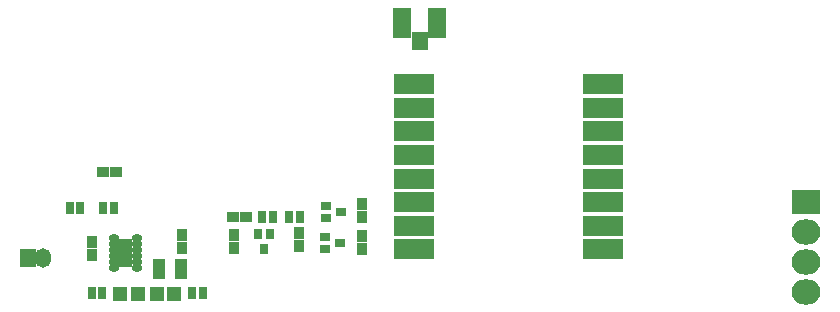
<source format=gts>
G04 #@! TF.FileFunction,Soldermask,Top*
%FSLAX46Y46*%
G04 Gerber Fmt 4.6, Leading zero omitted, Abs format (unit mm)*
G04 Created by KiCad (PCBNEW 4.0.5+dfsg1-4~bpo8+1) date Wed Apr 18 10:30:05 2018*
%MOMM*%
%LPD*%
G01*
G04 APERTURE LIST*
%ADD10C,0.100000*%
%ADD11R,3.400000X1.700000*%
%ADD12R,1.350000X1.650000*%
%ADD13O,1.350000X1.650000*%
%ADD14R,0.900000X1.000000*%
%ADD15R,1.000000X0.900000*%
%ADD16R,1.197560X1.197560*%
%ADD17R,1.100000X1.700000*%
%ADD18R,0.910000X0.800000*%
%ADD19R,0.800000X1.000000*%
%ADD20R,2.432000X2.127200*%
%ADD21O,2.432000X2.127200*%
%ADD22O,0.900000X0.650000*%
%ADD23R,1.300000X2.400000*%
%ADD24R,0.800000X0.910000*%
%ADD25R,1.500000X2.650000*%
%ADD26R,1.450000X1.500000*%
G04 APERTURE END LIST*
D10*
D11*
X171310000Y-108060000D03*
X171310000Y-110060000D03*
X171310000Y-112060000D03*
X171310000Y-114060000D03*
X171310000Y-116060000D03*
X171310000Y-118060000D03*
X171310000Y-120060000D03*
X171310000Y-122060000D03*
X155310000Y-122060000D03*
X155310000Y-120060000D03*
X155310000Y-118060000D03*
X155310000Y-116060000D03*
X155310000Y-114060000D03*
X155310000Y-112060000D03*
X155310000Y-110060000D03*
X155310000Y-108060000D03*
D12*
X122630000Y-122770000D03*
D13*
X123880000Y-122770000D03*
D14*
X128020000Y-122540000D03*
X128020000Y-121440000D03*
X135670000Y-121940000D03*
X135670000Y-120840000D03*
X150900000Y-119350000D03*
X150900000Y-118250000D03*
X145600000Y-120650000D03*
X145600000Y-121750000D03*
X140100000Y-121950000D03*
X140100000Y-120850000D03*
D15*
X141050000Y-119300000D03*
X139950000Y-119300000D03*
X130070000Y-115530000D03*
X128970000Y-115530000D03*
D16*
X135019300Y-125840000D03*
X133520700Y-125840000D03*
X130420700Y-125840000D03*
X131919300Y-125840000D03*
D17*
X133710000Y-123740000D03*
X135610000Y-123740000D03*
D18*
X147750000Y-121000000D03*
X147750000Y-122000000D03*
X149050000Y-121500000D03*
X147850000Y-118400000D03*
X147850000Y-119400000D03*
X149150000Y-118900000D03*
D19*
X126170000Y-118540000D03*
X127070000Y-118540000D03*
X129870000Y-118540000D03*
X128970000Y-118540000D03*
X137420000Y-125740000D03*
X136520000Y-125740000D03*
X128020000Y-125740000D03*
X128920000Y-125740000D03*
X143350000Y-119300000D03*
X142450000Y-119300000D03*
D20*
X188520000Y-118040000D03*
D21*
X188520000Y-120580000D03*
X188520000Y-123120000D03*
X188520000Y-125660000D03*
D22*
X131820000Y-123590000D03*
X131820000Y-123090000D03*
X131820000Y-122590000D03*
X131820000Y-122090000D03*
X131820000Y-121590000D03*
X131820000Y-121090000D03*
X129920000Y-121090000D03*
X129920000Y-121590000D03*
X129920000Y-122090000D03*
X129920000Y-122590000D03*
X129920000Y-123090000D03*
X129920000Y-123590000D03*
D23*
X130870000Y-122340000D03*
D14*
X150900000Y-122050000D03*
X150900000Y-120950000D03*
D24*
X143100000Y-120750000D03*
X142100000Y-120750000D03*
X142600000Y-122050000D03*
D25*
X154325000Y-102900000D03*
X157275000Y-102900000D03*
D26*
X155800000Y-104450000D03*
D19*
X145650000Y-119300000D03*
X144750000Y-119300000D03*
M02*

</source>
